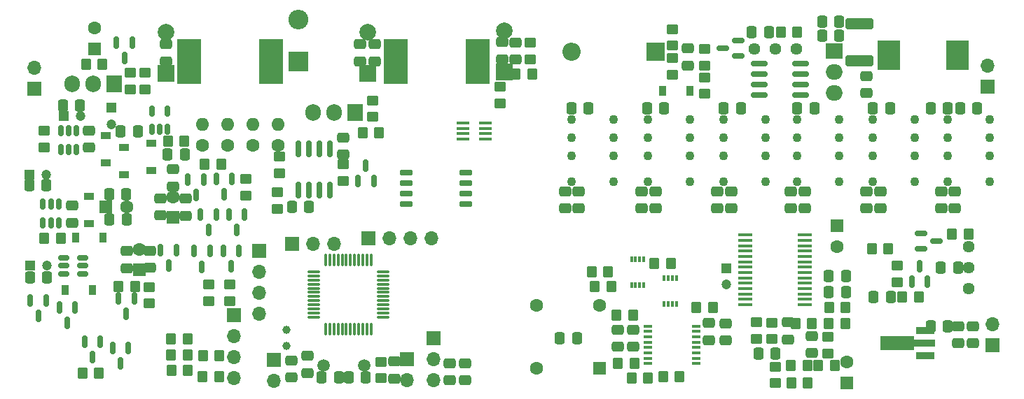
<source format=gts>
G04 #@! TF.GenerationSoftware,KiCad,Pcbnew,6.0.10-2.fc37*
G04 #@! TF.CreationDate,2023-02-05T13:57:13+01:00*
G04 #@! TF.ProjectId,Full schematic,46756c6c-2073-4636-9865-6d617469632e,rev?*
G04 #@! TF.SameCoordinates,Original*
G04 #@! TF.FileFunction,Soldermask,Top*
G04 #@! TF.FilePolarity,Negative*
%FSLAX46Y46*%
G04 Gerber Fmt 4.6, Leading zero omitted, Abs format (unit mm)*
G04 Created by KiCad (PCBNEW 6.0.10-2.fc37) date 2023-02-05 13:57:13*
%MOMM*%
%LPD*%
G01*
G04 APERTURE LIST*
G04 Aperture macros list*
%AMRoundRect*
0 Rectangle with rounded corners*
0 $1 Rounding radius*
0 $2 $3 $4 $5 $6 $7 $8 $9 X,Y pos of 4 corners*
0 Add a 4 corners polygon primitive as box body*
4,1,4,$2,$3,$4,$5,$6,$7,$8,$9,$2,$3,0*
0 Add four circle primitives for the rounded corners*
1,1,$1+$1,$2,$3*
1,1,$1+$1,$4,$5*
1,1,$1+$1,$6,$7*
1,1,$1+$1,$8,$9*
0 Add four rect primitives between the rounded corners*
20,1,$1+$1,$2,$3,$4,$5,0*
20,1,$1+$1,$4,$5,$6,$7,0*
20,1,$1+$1,$6,$7,$8,$9,0*
20,1,$1+$1,$8,$9,$2,$3,0*%
%AMFreePoly0*
4,1,9,5.362500,-0.866500,1.237500,-0.866500,1.237500,-0.450000,-1.237500,-0.450000,-1.237500,0.450000,1.237500,0.450000,1.237500,0.866500,5.362500,0.866500,5.362500,-0.866500,5.362500,-0.866500,$1*%
G04 Aperture macros list end*
%ADD10RoundRect,0.250000X0.337500X0.475000X-0.337500X0.475000X-0.337500X-0.475000X0.337500X-0.475000X0*%
%ADD11RoundRect,0.250000X0.450000X-0.350000X0.450000X0.350000X-0.450000X0.350000X-0.450000X-0.350000X0*%
%ADD12RoundRect,0.150000X-0.150000X0.587500X-0.150000X-0.587500X0.150000X-0.587500X0.150000X0.587500X0*%
%ADD13RoundRect,0.250000X-0.475000X0.337500X-0.475000X-0.337500X0.475000X-0.337500X0.475000X0.337500X0*%
%ADD14RoundRect,0.250000X-0.350000X-0.450000X0.350000X-0.450000X0.350000X0.450000X-0.350000X0.450000X0*%
%ADD15R,0.900000X1.200000*%
%ADD16RoundRect,0.150000X-0.150000X0.512500X-0.150000X-0.512500X0.150000X-0.512500X0.150000X0.512500X0*%
%ADD17RoundRect,0.250000X-0.337500X-0.475000X0.337500X-0.475000X0.337500X0.475000X-0.337500X0.475000X0*%
%ADD18RoundRect,0.250000X-0.450000X0.350000X-0.450000X-0.350000X0.450000X-0.350000X0.450000X0.350000X0*%
%ADD19RoundRect,0.250000X0.475000X-0.337500X0.475000X0.337500X-0.475000X0.337500X-0.475000X-0.337500X0*%
%ADD20RoundRect,0.150000X0.587500X0.150000X-0.587500X0.150000X-0.587500X-0.150000X0.587500X-0.150000X0*%
%ADD21RoundRect,0.150000X0.150000X-0.512500X0.150000X0.512500X-0.150000X0.512500X-0.150000X-0.512500X0*%
%ADD22R,2.300000X0.900000*%
%ADD23FreePoly0,180.000000*%
%ADD24RoundRect,0.250000X-1.450000X0.400000X-1.450000X-0.400000X1.450000X-0.400000X1.450000X0.400000X0*%
%ADD25RoundRect,0.250000X0.350000X0.450000X-0.350000X0.450000X-0.350000X-0.450000X0.350000X-0.450000X0*%
%ADD26R,1.560000X0.400000*%
%ADD27R,1.000000X0.400000*%
%ADD28RoundRect,0.075000X0.075000X-0.662500X0.075000X0.662500X-0.075000X0.662500X-0.075000X-0.662500X0*%
%ADD29RoundRect,0.075000X0.662500X-0.075000X0.662500X0.075000X-0.662500X0.075000X-0.662500X-0.075000X0*%
%ADD30RoundRect,0.150000X-0.512500X-0.150000X0.512500X-0.150000X0.512500X0.150000X-0.512500X0.150000X0*%
%ADD31RoundRect,0.150000X0.150000X-0.587500X0.150000X0.587500X-0.150000X0.587500X-0.150000X-0.587500X0*%
%ADD32R,1.200000X0.900000*%
%ADD33R,2.700000X3.600000*%
%ADD34RoundRect,0.150000X-0.825000X-0.150000X0.825000X-0.150000X0.825000X0.150000X-0.825000X0.150000X0*%
%ADD35R,0.300000X0.800000*%
%ADD36RoundRect,0.150000X-0.587500X-0.150000X0.587500X-0.150000X0.587500X0.150000X-0.587500X0.150000X0*%
%ADD37R,1.750000X0.450000*%
%ADD38R,2.900000X5.400000*%
%ADD39RoundRect,0.150000X-0.650000X-0.150000X0.650000X-0.150000X0.650000X0.150000X-0.650000X0.150000X0*%
%ADD40RoundRect,0.150000X0.150000X-0.825000X0.150000X0.825000X-0.150000X0.825000X-0.150000X-0.825000X0*%
%ADD41C,1.440000*%
%ADD42C,1.600000*%
%ADD43O,1.600000X1.600000*%
%ADD44R,1.700000X1.700000*%
%ADD45O,1.700000X1.700000*%
%ADD46R,1.905000X2.000000*%
%ADD47O,1.905000X2.000000*%
%ADD48C,1.000000*%
%ADD49R,2.400000X2.400000*%
%ADD50O,2.400000X2.400000*%
%ADD51C,1.100000*%
%ADD52R,1.600000X1.600000*%
%ADD53R,1.200000X1.200000*%
%ADD54C,1.200000*%
%ADD55R,2.200000X2.200000*%
%ADD56O,2.200000X2.200000*%
%ADD57C,1.500000*%
%ADD58R,2.000000X2.000000*%
%ADD59C,2.000000*%
%ADD60R,2.000000X1.905000*%
%ADD61O,2.000000X1.905000*%
G04 APERTURE END LIST*
D10*
X61392000Y-63158959D03*
X59317000Y-63158959D03*
D11*
X22479000Y-35274000D03*
X22479000Y-33274000D03*
D12*
X38481000Y-47752000D03*
X36581000Y-47752000D03*
X37531000Y-49627000D03*
X46035000Y-47830500D03*
X44135000Y-47830500D03*
X45085000Y-49705500D03*
D13*
X52418000Y-61126959D03*
X52418000Y-63201959D03*
D14*
X41910000Y-37338000D03*
X43910000Y-37338000D03*
D12*
X41783000Y-39194500D03*
X39883000Y-39194500D03*
X40833000Y-41069500D03*
D15*
X26291000Y-46228000D03*
X29591000Y-46228000D03*
D13*
X85471000Y-40640000D03*
X85471000Y-42715000D03*
D16*
X24257000Y-42164000D03*
X23307000Y-42164000D03*
X22357000Y-42164000D03*
X22357000Y-44439000D03*
X23307000Y-44439000D03*
X24257000Y-44439000D03*
D17*
X104648000Y-30607000D03*
X106723000Y-30607000D03*
D11*
X81280000Y-24638000D03*
X81280000Y-22638000D03*
D14*
X79502000Y-26416000D03*
X81502000Y-26416000D03*
D18*
X34671000Y-26289000D03*
X34671000Y-28289000D03*
D19*
X37211000Y-24892000D03*
X37211000Y-22817000D03*
D20*
X106426000Y-24252000D03*
X106426000Y-22352000D03*
X104551000Y-23302000D03*
D14*
X101346000Y-54737000D03*
X103346000Y-54737000D03*
D17*
X24765000Y-30226000D03*
X26840000Y-30226000D03*
D18*
X50673000Y-40767000D03*
X50673000Y-42767000D03*
D14*
X41656000Y-63119000D03*
X43656000Y-63119000D03*
D21*
X35499000Y-33147000D03*
X36449000Y-33147000D03*
X37399000Y-33147000D03*
X37399000Y-30872000D03*
X35499000Y-30872000D03*
D17*
X30353000Y-41021000D03*
X32428000Y-41021000D03*
D18*
X125603000Y-49657000D03*
X125603000Y-51657000D03*
D10*
X39497000Y-36195000D03*
X37422000Y-36195000D03*
D13*
X91821000Y-57404000D03*
X91821000Y-59479000D03*
D22*
X129023000Y-60512000D03*
D23*
X128935500Y-59012000D03*
D22*
X129023000Y-57512000D03*
D13*
X103886000Y-40640000D03*
X103886000Y-42715000D03*
D14*
X37878000Y-62357000D03*
X39878000Y-62357000D03*
D10*
X132969000Y-49911000D03*
X130894000Y-49911000D03*
D24*
X121031000Y-20325000D03*
X121031000Y-24775000D03*
D17*
X86233000Y-30607000D03*
X88308000Y-30607000D03*
D12*
X46736000Y-43434000D03*
X44836000Y-43434000D03*
X45786000Y-45309000D03*
D10*
X131742000Y-56980000D03*
X129667000Y-56980000D03*
D14*
X37465000Y-34544000D03*
X39465000Y-34544000D03*
D25*
X91059000Y-52197000D03*
X89059000Y-52197000D03*
D18*
X58674000Y-37338000D03*
X58674000Y-39338000D03*
D12*
X26223000Y-54688500D03*
X24323000Y-54688500D03*
X25273000Y-56563500D03*
D11*
X110490000Y-58547000D03*
X110490000Y-56547000D03*
D25*
X90678000Y-50419000D03*
X88678000Y-50419000D03*
D19*
X121920000Y-28728500D03*
X121920000Y-26653500D03*
D26*
X73119000Y-32345000D03*
X73119000Y-32995000D03*
X73119000Y-33655000D03*
X73119000Y-34305000D03*
X75819000Y-34305000D03*
X75819000Y-33655000D03*
X75819000Y-32995000D03*
X75819000Y-32345000D03*
D15*
X97282000Y-28448000D03*
X100582000Y-28448000D03*
D17*
X30396000Y-44069000D03*
X32471000Y-44069000D03*
D11*
X32893000Y-28289000D03*
X32893000Y-26289000D03*
D19*
X25908000Y-44450000D03*
X25908000Y-42375000D03*
D17*
X52451000Y-42545000D03*
X54526000Y-42545000D03*
D13*
X87122000Y-40640000D03*
X87122000Y-42715000D03*
D17*
X117348000Y-50927000D03*
X119423000Y-50927000D03*
D25*
X124555000Y-47625000D03*
X122555000Y-47625000D03*
D19*
X112395000Y-58568500D03*
X112395000Y-56493500D03*
D14*
X37846000Y-60452000D03*
X39846000Y-60452000D03*
D10*
X118618000Y-20071000D03*
X116543000Y-20071000D03*
D14*
X112808000Y-63881000D03*
X114808000Y-63881000D03*
D27*
X95504000Y-56948000D03*
X95504000Y-57598000D03*
X95504000Y-58248000D03*
X95504000Y-58898000D03*
X95504000Y-59548000D03*
X95504000Y-60198000D03*
X95504000Y-60848000D03*
X95504000Y-61498000D03*
X101304000Y-61498000D03*
X101304000Y-60848000D03*
X101304000Y-60198000D03*
X101304000Y-59548000D03*
X101304000Y-58898000D03*
X101304000Y-58248000D03*
X101304000Y-57598000D03*
X101304000Y-56948000D03*
D25*
X93853000Y-61468000D03*
X91853000Y-61468000D03*
D28*
X56526000Y-57288459D03*
X57026000Y-57288459D03*
X57526000Y-57288459D03*
X58026000Y-57288459D03*
X58526000Y-57288459D03*
X59026000Y-57288459D03*
X59526000Y-57288459D03*
X60026000Y-57288459D03*
X60526000Y-57288459D03*
X61026000Y-57288459D03*
X61526000Y-57288459D03*
X62026000Y-57288459D03*
D29*
X63438500Y-55875959D03*
X63438500Y-55375959D03*
X63438500Y-54875959D03*
X63438500Y-54375959D03*
X63438500Y-53875959D03*
X63438500Y-53375959D03*
X63438500Y-52875959D03*
X63438500Y-52375959D03*
X63438500Y-51875959D03*
X63438500Y-51375959D03*
X63438500Y-50875959D03*
X63438500Y-50375959D03*
D28*
X62026000Y-48963459D03*
X61526000Y-48963459D03*
X61026000Y-48963459D03*
X60526000Y-48963459D03*
X60026000Y-48963459D03*
X59526000Y-48963459D03*
X59026000Y-48963459D03*
X58526000Y-48963459D03*
X58026000Y-48963459D03*
X57526000Y-48963459D03*
X57026000Y-48963459D03*
X56526000Y-48963459D03*
D29*
X55113500Y-50375959D03*
X55113500Y-50875959D03*
X55113500Y-51375959D03*
X55113500Y-51875959D03*
X55113500Y-52375959D03*
X55113500Y-52875959D03*
X55113500Y-53375959D03*
X55113500Y-53875959D03*
X55113500Y-54375959D03*
X55113500Y-54875959D03*
X55113500Y-55375959D03*
X55113500Y-55875959D03*
D14*
X132239000Y-45847000D03*
X134239000Y-45847000D03*
D30*
X24892000Y-48707000D03*
X24892000Y-49657000D03*
X24892000Y-50607000D03*
X27167000Y-50607000D03*
X27167000Y-49657000D03*
X27167000Y-48707000D03*
D14*
X112776000Y-61722000D03*
X114776000Y-61722000D03*
D31*
X60452000Y-39370000D03*
X62352000Y-39370000D03*
X61402000Y-37495000D03*
D18*
X77597000Y-27940000D03*
X77597000Y-29940000D03*
D13*
X64864000Y-61253959D03*
X64864000Y-63328959D03*
X54323000Y-60575959D03*
X54323000Y-62650959D03*
D12*
X29276000Y-58831000D03*
X27376000Y-58831000D03*
X28326000Y-60706000D03*
X43307000Y-43434000D03*
X41407000Y-43434000D03*
X42357000Y-45309000D03*
D13*
X105537000Y-40640000D03*
X105537000Y-42715000D03*
D19*
X62484000Y-24892000D03*
X62484000Y-22817000D03*
X27940000Y-35327500D03*
X27940000Y-33252500D03*
D11*
X110871000Y-63881000D03*
X110871000Y-61881000D03*
X108585000Y-58515000D03*
X108585000Y-56515000D03*
D32*
X32131000Y-35306000D03*
X32131000Y-38606000D03*
D13*
X130937000Y-40640000D03*
X130937000Y-42715000D03*
D19*
X77851000Y-24638000D03*
X77851000Y-22563000D03*
D16*
X26416000Y-33285000D03*
X25466000Y-33285000D03*
X24516000Y-33285000D03*
X24516000Y-35560000D03*
X25466000Y-35560000D03*
X26416000Y-35560000D03*
D17*
X117348000Y-52832000D03*
X119423000Y-52832000D03*
X95355500Y-30607000D03*
X97430500Y-30607000D03*
D32*
X27940000Y-41275000D03*
X27940000Y-44575000D03*
D14*
X117348000Y-56642000D03*
X119348000Y-56642000D03*
D13*
X73406000Y-61468000D03*
X73406000Y-63543000D03*
D18*
X35179000Y-52213000D03*
X35179000Y-54213000D03*
D11*
X102362000Y-25384000D03*
X102362000Y-23384000D03*
D13*
X121920000Y-40618500D03*
X121920000Y-42693500D03*
D14*
X116078000Y-61722000D03*
X118078000Y-61722000D03*
D25*
X62992000Y-33528000D03*
X60992000Y-33528000D03*
D17*
X20701000Y-39878000D03*
X22776000Y-39878000D03*
D13*
X93726000Y-57404000D03*
X93726000Y-59479000D03*
D18*
X98425000Y-24511000D03*
X98425000Y-26511000D03*
X50927000Y-36449000D03*
X50927000Y-38449000D03*
D19*
X58674000Y-36195000D03*
X58674000Y-34120000D03*
D25*
X24511000Y-46355000D03*
X22511000Y-46355000D03*
X99314000Y-63119000D03*
X97314000Y-63119000D03*
D13*
X123571000Y-40618500D03*
X123571000Y-42693500D03*
D14*
X126238000Y-53467000D03*
X128238000Y-53467000D03*
D12*
X42540000Y-47879000D03*
X40640000Y-47879000D03*
X41590000Y-49754000D03*
D17*
X20785000Y-51054000D03*
X22860000Y-51054000D03*
D32*
X29972000Y-33909000D03*
X29972000Y-37209000D03*
D14*
X37846000Y-58547000D03*
X39846000Y-58547000D03*
D18*
X42418000Y-51943000D03*
X42418000Y-53943000D03*
D19*
X36576000Y-43561000D03*
X36576000Y-41486000D03*
D33*
X124628000Y-24135000D03*
X132928000Y-24135000D03*
D15*
X28319000Y-52578000D03*
X25019000Y-52578000D03*
D34*
X108966000Y-25146000D03*
X108966000Y-26416000D03*
X108966000Y-27686000D03*
X108966000Y-28956000D03*
X113916000Y-28956000D03*
X113916000Y-27686000D03*
X113916000Y-26416000D03*
X113916000Y-25146000D03*
D17*
X113538000Y-30607000D03*
X115613000Y-30607000D03*
D14*
X91694000Y-55626000D03*
X93694000Y-55626000D03*
D11*
X102362000Y-28829000D03*
X102362000Y-26829000D03*
D13*
X132969000Y-56958500D03*
X132969000Y-59033500D03*
D25*
X113538000Y-21336000D03*
X111538000Y-21336000D03*
D10*
X124841000Y-53467000D03*
X122766000Y-53467000D03*
D11*
X98425000Y-22987000D03*
X98425000Y-20987000D03*
D13*
X115316000Y-58166000D03*
X115316000Y-60241000D03*
D10*
X86911000Y-58420000D03*
X84836000Y-58420000D03*
D35*
X94996000Y-48895000D03*
X94496000Y-48895000D03*
X93996000Y-48895000D03*
X93496000Y-48895000D03*
X93496000Y-51995000D03*
X93996000Y-51995000D03*
X94496000Y-51995000D03*
X94996000Y-51995000D03*
D25*
X115316000Y-56642000D03*
X113316000Y-56642000D03*
D19*
X39624000Y-43582500D03*
X39624000Y-41507500D03*
D36*
X128524000Y-45720000D03*
X128524000Y-47620000D03*
X130399000Y-46670000D03*
D19*
X60706000Y-24892000D03*
X60706000Y-22817000D03*
D18*
X46863000Y-39116000D03*
X46863000Y-41116000D03*
D12*
X22733000Y-53848000D03*
X20833000Y-53848000D03*
X21783000Y-55723000D03*
D10*
X118618000Y-21722000D03*
X116543000Y-21722000D03*
D14*
X27133000Y-62641000D03*
X29133000Y-62641000D03*
D12*
X33383500Y-53606500D03*
X31483500Y-53606500D03*
X32433500Y-55481500D03*
D11*
X62230000Y-31623000D03*
X62230000Y-29623000D03*
D37*
X107227000Y-45906000D03*
X107227000Y-46556000D03*
X107227000Y-47206000D03*
X107227000Y-47856000D03*
X107227000Y-48506000D03*
X107227000Y-49156000D03*
X107227000Y-49806000D03*
X107227000Y-50456000D03*
X107227000Y-51106000D03*
X107227000Y-51756000D03*
X107227000Y-52406000D03*
X107227000Y-53056000D03*
X107227000Y-53706000D03*
X107227000Y-54356000D03*
X114427000Y-54356000D03*
X114427000Y-53706000D03*
X114427000Y-53056000D03*
X114427000Y-52406000D03*
X114427000Y-51756000D03*
X114427000Y-51106000D03*
X114427000Y-50456000D03*
X114427000Y-49806000D03*
X114427000Y-49156000D03*
X114427000Y-48506000D03*
X114427000Y-47856000D03*
X114427000Y-47206000D03*
X114427000Y-46556000D03*
X114427000Y-45906000D03*
D12*
X32700000Y-59593000D03*
X30800000Y-59593000D03*
X31750000Y-61468000D03*
D25*
X95504000Y-63246000D03*
X93504000Y-63246000D03*
D13*
X96393000Y-40640000D03*
X96393000Y-42715000D03*
D38*
X65024000Y-24892000D03*
X74924000Y-24892000D03*
D19*
X79502000Y-24681000D03*
X79502000Y-22606000D03*
D11*
X63213000Y-63285959D03*
X63213000Y-61285959D03*
D13*
X112776000Y-40618500D03*
X112776000Y-42693500D03*
D25*
X98266000Y-49403000D03*
X96266000Y-49403000D03*
D13*
X134747000Y-56958500D03*
X134747000Y-59033500D03*
X71501000Y-61468000D03*
X71501000Y-63543000D03*
D38*
X40005000Y-24892000D03*
X49905000Y-24892000D03*
D19*
X35306000Y-49911000D03*
X35306000Y-47836000D03*
D14*
X27559000Y-25273000D03*
X29559000Y-25273000D03*
D19*
X100330000Y-25400000D03*
X100330000Y-23325000D03*
D17*
X129667000Y-30607000D03*
X131742000Y-30607000D03*
D18*
X44958000Y-51943000D03*
X44958000Y-53943000D03*
D17*
X122682000Y-30607000D03*
X124757000Y-30607000D03*
D13*
X114427000Y-40640000D03*
X114427000Y-42715000D03*
D32*
X35433000Y-38100000D03*
X35433000Y-34800000D03*
D10*
X110109000Y-21336000D03*
X108034000Y-21336000D03*
D13*
X132588000Y-40640000D03*
X132588000Y-42715000D03*
D12*
X45212000Y-39116000D03*
X43312000Y-39116000D03*
X44262000Y-40991000D03*
D13*
X38100000Y-37973000D03*
X38100000Y-40048000D03*
D31*
X127386000Y-51562000D03*
X129286000Y-51562000D03*
X128336000Y-49687000D03*
D17*
X56058000Y-63158959D03*
X58133000Y-63158959D03*
D39*
X66294000Y-38354000D03*
X66294000Y-39624000D03*
X66294000Y-40894000D03*
X66294000Y-42164000D03*
X73494000Y-42164000D03*
X73494000Y-40894000D03*
X73494000Y-39624000D03*
X73494000Y-38354000D03*
D12*
X33147000Y-22606000D03*
X31247000Y-22606000D03*
X32197000Y-24481000D03*
D17*
X108839000Y-60325000D03*
X110914000Y-60325000D03*
X133223000Y-30607000D03*
X135298000Y-30607000D03*
D25*
X119380000Y-54737000D03*
X117380000Y-54737000D03*
D19*
X102870000Y-58674000D03*
X102870000Y-56599000D03*
D14*
X31496000Y-52197000D03*
X33496000Y-52197000D03*
D13*
X104902000Y-56642000D03*
X104902000Y-58717000D03*
X94742000Y-40640000D03*
X94742000Y-42715000D03*
D35*
X98933000Y-51181000D03*
X98433000Y-51181000D03*
X97933000Y-51181000D03*
X97433000Y-51181000D03*
X97433000Y-54281000D03*
X97933000Y-54281000D03*
X98433000Y-54281000D03*
X98933000Y-54281000D03*
D14*
X41688000Y-60579000D03*
X43688000Y-60579000D03*
D40*
X53213000Y-40448000D03*
X54483000Y-40448000D03*
X55753000Y-40448000D03*
X57023000Y-40448000D03*
X57023000Y-35498000D03*
X55753000Y-35498000D03*
X54483000Y-35498000D03*
X53213000Y-35498000D03*
D10*
X33825000Y-33401000D03*
X31750000Y-33401000D03*
D19*
X32512000Y-49932500D03*
X32512000Y-47857500D03*
D18*
X117221000Y-58293000D03*
X117221000Y-60293000D03*
D41*
X113411000Y-23368000D03*
X110871000Y-23368000D03*
X108331000Y-23368000D03*
D42*
X47752000Y-35052000D03*
D43*
X47752000Y-32512000D03*
D44*
X69596000Y-58435000D03*
D45*
X69596000Y-60975000D03*
X69596000Y-63515000D03*
D46*
X60071000Y-31115000D03*
D47*
X57531000Y-31115000D03*
X54991000Y-31115000D03*
D48*
X51783000Y-59343959D03*
X51783000Y-57443959D03*
D49*
X53213000Y-24892000D03*
D50*
X53213000Y-19812000D03*
D42*
X50800000Y-35052000D03*
D43*
X50800000Y-32512000D03*
D51*
X122656000Y-39487000D03*
X122656000Y-36287000D03*
X122656000Y-34087000D03*
X122656000Y-31887000D03*
X127736000Y-31887000D03*
X127736000Y-34087000D03*
X127736000Y-36287000D03*
X127736000Y-39487000D03*
D44*
X21336000Y-28194000D03*
D45*
X21336000Y-25654000D03*
D44*
X48514000Y-47879000D03*
D45*
X48514000Y-50419000D03*
X48514000Y-52959000D03*
X48514000Y-55499000D03*
D51*
X131699000Y-39497000D03*
X131699000Y-36297000D03*
X131699000Y-34097000D03*
X131699000Y-31897000D03*
X136779000Y-31897000D03*
X136779000Y-34097000D03*
X136779000Y-36297000D03*
X136779000Y-39497000D03*
D52*
X28575000Y-23368000D03*
D42*
X28575000Y-20868000D03*
D44*
X50259000Y-61042959D03*
D45*
X50259000Y-63582959D03*
D51*
X86233000Y-39497000D03*
X86233000Y-36297000D03*
X86233000Y-34097000D03*
X86233000Y-31897000D03*
X91313000Y-31897000D03*
X91313000Y-34097000D03*
X91313000Y-36297000D03*
X91313000Y-39497000D03*
D53*
X24892000Y-31496000D03*
D54*
X26892000Y-31496000D03*
D41*
X134239000Y-47371000D03*
X134239000Y-49911000D03*
X134239000Y-52451000D03*
D52*
X119507000Y-63838000D03*
D42*
X119507000Y-61338000D03*
X41656000Y-35052000D03*
D43*
X41656000Y-32512000D03*
D55*
X96393000Y-23749000D03*
D56*
X86233000Y-23749000D03*
D52*
X34036000Y-50165000D03*
D42*
X34036000Y-47665000D03*
D53*
X30607000Y-30480000D03*
D54*
X30607000Y-32480000D03*
D57*
X61181000Y-61761959D03*
X56301000Y-61761959D03*
D52*
X38100000Y-43815000D03*
D42*
X38100000Y-41315000D03*
D51*
X95478000Y-39487000D03*
X95478000Y-36287000D03*
X95478000Y-34087000D03*
X95478000Y-31887000D03*
X100558000Y-31887000D03*
X100558000Y-34087000D03*
X100558000Y-36287000D03*
X100558000Y-39487000D03*
D52*
X29975621Y-42545000D03*
D42*
X32475621Y-42545000D03*
D53*
X20828000Y-49657000D03*
D54*
X22828000Y-49657000D03*
D44*
X61722000Y-46355000D03*
D45*
X64262000Y-46355000D03*
X66802000Y-46355000D03*
X69342000Y-46355000D03*
D52*
X89662000Y-62103000D03*
D42*
X82042000Y-62103000D03*
X82042000Y-54483000D03*
X89662000Y-54483000D03*
D44*
X137160000Y-59266000D03*
D45*
X137160000Y-56726000D03*
D52*
X118364000Y-44791621D03*
D42*
X118364000Y-47291621D03*
D44*
X136525000Y-27945000D03*
D45*
X136525000Y-25405000D03*
D44*
X66388000Y-60994959D03*
D45*
X66388000Y-63534959D03*
D58*
X37211000Y-26370677D03*
D59*
X37211000Y-21370677D03*
D44*
X52451000Y-46990000D03*
D45*
X54991000Y-46990000D03*
X57531000Y-46990000D03*
D60*
X117983000Y-23627000D03*
D61*
X117983000Y-26167000D03*
X117983000Y-28707000D03*
D42*
X44704000Y-35052000D03*
D43*
X44704000Y-32512000D03*
D51*
X113538000Y-39497000D03*
X113538000Y-36297000D03*
X113538000Y-34097000D03*
X113538000Y-31897000D03*
X118618000Y-31897000D03*
X118618000Y-34097000D03*
X118618000Y-36297000D03*
X118618000Y-39497000D03*
D58*
X61595000Y-26370677D03*
D59*
X61595000Y-21370677D03*
D53*
X20744401Y-38608000D03*
D54*
X22744401Y-38608000D03*
D58*
X78105000Y-26162000D03*
D59*
X78105000Y-21162000D03*
D53*
X104985000Y-49920401D03*
D54*
X104985000Y-51920401D03*
D46*
X30988000Y-27615000D03*
D47*
X28448000Y-27615000D03*
X25908000Y-27615000D03*
D44*
X45466000Y-55626000D03*
D45*
X45466000Y-58166000D03*
X45466000Y-60706000D03*
X45466000Y-63246000D03*
D51*
X104648000Y-39497000D03*
X104648000Y-36297000D03*
X104648000Y-34097000D03*
X104648000Y-31897000D03*
X109728000Y-31897000D03*
X109728000Y-34097000D03*
X109728000Y-36297000D03*
X109728000Y-39497000D03*
M02*

</source>
